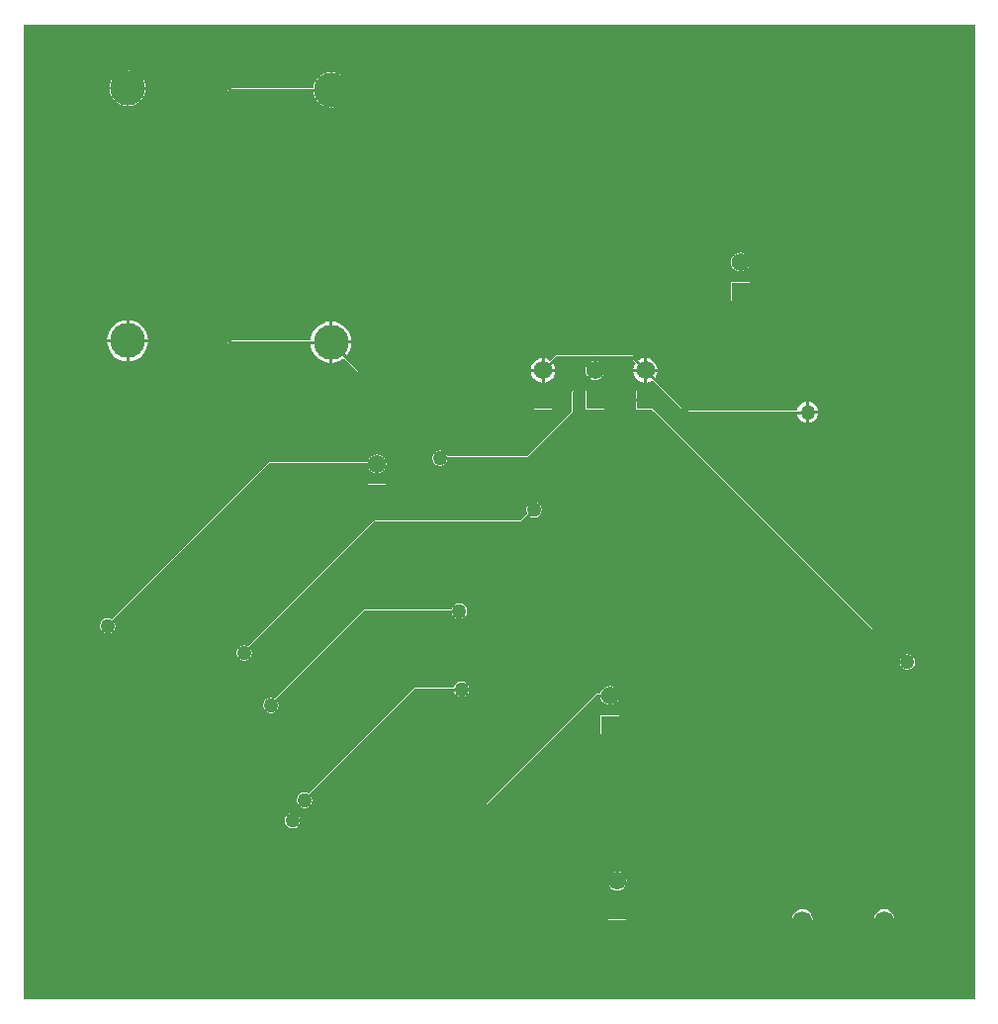
<source format=gbl>
G04*
G04 #@! TF.GenerationSoftware,Altium Limited,Altium Designer,21.5.1 (32)*
G04*
G04 Layer_Physical_Order=2*
G04 Layer_Color=16711680*
%FSLAX25Y25*%
%MOIN*%
G70*
G04*
G04 #@! TF.SameCoordinates,DAD435CF-6C14-4571-BFE5-B678BFDF4ED4*
G04*
G04*
G04 #@! TF.FilePolarity,Positive*
G04*
G01*
G75*
%ADD13C,0.01000*%
%ADD31C,0.06181*%
%ADD32R,0.06181X0.06181*%
%ADD34C,0.11811*%
%ADD35C,0.06693*%
%ADD36C,0.05000*%
G36*
X335500Y-500D02*
X15000D01*
Y328000D01*
X335500D01*
Y-500D01*
D02*
G37*
%LPC*%
G36*
X50000Y312504D02*
X48832Y312389D01*
X47710Y312048D01*
X46675Y311495D01*
X45768Y310751D01*
X45024Y309844D01*
X44471Y308810D01*
X44131Y307687D01*
X44016Y306520D01*
X44131Y305352D01*
X44471Y304229D01*
X45024Y303195D01*
X45768Y302288D01*
X46675Y301544D01*
X47710Y300991D01*
X48832Y300650D01*
X50000Y300535D01*
X51168Y300650D01*
X52290Y300991D01*
X53325Y301544D01*
X54232Y302288D01*
X54976Y303195D01*
X55529Y304229D01*
X55869Y305352D01*
X55926Y305924D01*
X83753D01*
X84079Y305599D01*
X84500Y305424D01*
X112574D01*
X112631Y304852D01*
X112971Y303730D01*
X113524Y302695D01*
X114268Y301788D01*
X115175Y301044D01*
X116210Y300491D01*
X117332Y300150D01*
X118500Y300035D01*
X119667Y300150D01*
X120790Y300491D01*
X121825Y301044D01*
X122732Y301788D01*
X123476Y302695D01*
X124029Y303730D01*
X124369Y304852D01*
X124484Y306020D01*
X124369Y307187D01*
X124029Y308310D01*
X123476Y309344D01*
X122732Y310251D01*
X121825Y310995D01*
X120790Y311548D01*
X119667Y311889D01*
X118500Y312004D01*
X117332Y311889D01*
X116210Y311548D01*
X115175Y310995D01*
X114268Y310251D01*
X113524Y309344D01*
X112971Y308310D01*
X112631Y307187D01*
X112574Y306615D01*
X84747D01*
X84421Y306941D01*
X84000Y307115D01*
X55926D01*
X55869Y307687D01*
X55529Y308810D01*
X54976Y309844D01*
X54232Y310751D01*
X53325Y311495D01*
X52290Y312048D01*
X51168Y312389D01*
X50000Y312504D01*
D02*
G37*
G36*
X256500Y251168D02*
X255680Y251060D01*
X254916Y250743D01*
X254260Y250240D01*
X253757Y249584D01*
X253440Y248820D01*
X253332Y248000D01*
X253440Y247180D01*
X253757Y246416D01*
X254260Y245760D01*
X254916Y245257D01*
X255680Y244940D01*
X256500Y244832D01*
X257320Y244940D01*
X258084Y245257D01*
X258740Y245760D01*
X259243Y246416D01*
X259560Y247180D01*
X259668Y248000D01*
X259560Y248820D01*
X259243Y249584D01*
X258740Y250240D01*
X258084Y250743D01*
X257320Y251060D01*
X256500Y251168D01*
D02*
G37*
G36*
X259641Y241141D02*
X253360D01*
Y234859D01*
X259641D01*
Y241141D01*
D02*
G37*
G36*
X49500Y228370D02*
X48646Y228286D01*
X47345Y227891D01*
X46145Y227250D01*
X45093Y226387D01*
X44230Y225336D01*
X43589Y224136D01*
X43194Y222834D01*
X43110Y221980D01*
X49500D01*
Y228370D01*
D02*
G37*
G36*
X119000Y227870D02*
Y221480D01*
X125390D01*
X125306Y222334D01*
X124911Y223636D01*
X124269Y224835D01*
X123407Y225887D01*
X122355Y226750D01*
X121155Y227391D01*
X119854Y227786D01*
X119000Y227870D01*
D02*
G37*
G36*
X219900Y216695D02*
X194600D01*
X194302Y216572D01*
X194179Y216521D01*
X192441Y214783D01*
X192063Y215073D01*
X191068Y215485D01*
X190500Y215560D01*
Y212000D01*
X194060D01*
X193985Y212568D01*
X193573Y213563D01*
X193283Y213941D01*
X194847Y215505D01*
X219653D01*
X221217Y213941D01*
X220927Y213563D01*
X220515Y212568D01*
X220440Y212000D01*
X224000D01*
Y215560D01*
X223432Y215485D01*
X222437Y215073D01*
X222059Y214783D01*
X220321Y216521D01*
X219900Y216695D01*
D02*
G37*
G36*
X49500Y220980D02*
X43110D01*
X43194Y220127D01*
X43589Y218825D01*
X44230Y217625D01*
X45093Y216574D01*
X46145Y215711D01*
X47345Y215070D01*
X48646Y214675D01*
X49500Y214591D01*
Y220980D01*
D02*
G37*
G36*
X50500Y228370D02*
Y221480D01*
Y214591D01*
X51354Y214675D01*
X52655Y215070D01*
X53855Y215711D01*
X54907Y216574D01*
X55769Y217625D01*
X56411Y218825D01*
X56806Y220127D01*
X56880Y220885D01*
X83753D01*
X84079Y220559D01*
X84500Y220385D01*
X111620D01*
X111694Y219627D01*
X112089Y218325D01*
X112731Y217125D01*
X113593Y216074D01*
X114645Y215211D01*
X115845Y214570D01*
X117146Y214175D01*
X118000Y214091D01*
Y220980D01*
Y227870D01*
X117146Y227786D01*
X115845Y227391D01*
X114645Y226750D01*
X113593Y225887D01*
X112731Y224835D01*
X112089Y223636D01*
X111694Y222334D01*
X111620Y221576D01*
X84747D01*
X84421Y221901D01*
X84000Y222076D01*
X56880D01*
X56806Y222834D01*
X56411Y224136D01*
X55769Y225336D01*
X54907Y226387D01*
X53855Y227250D01*
X52655Y227891D01*
X51354Y228286D01*
X50500Y228370D01*
D02*
G37*
G36*
X225000Y215560D02*
Y212000D01*
X228560D01*
X228485Y212568D01*
X228073Y213563D01*
X227417Y214417D01*
X226563Y215073D01*
X225568Y215485D01*
X225000Y215560D01*
D02*
G37*
G36*
X207500Y214668D02*
X206680Y214560D01*
X205916Y214243D01*
X205260Y213740D01*
X204757Y213084D01*
X204440Y212320D01*
X204332Y211500D01*
X204440Y210680D01*
X204757Y209916D01*
X204895Y209736D01*
X199879Y204721D01*
X199705Y204300D01*
Y197447D01*
X184753Y182495D01*
X157782D01*
X157702Y182895D01*
X157138Y183738D01*
X156295Y184302D01*
X155300Y184500D01*
X154305Y184302D01*
X153462Y183738D01*
X152898Y182895D01*
X152700Y181900D01*
X152898Y180905D01*
X153462Y180062D01*
X154305Y179498D01*
X155300Y179300D01*
X156295Y179498D01*
X157138Y180062D01*
X157702Y180905D01*
X157782Y181305D01*
X185000D01*
X185421Y181479D01*
X200721Y196779D01*
X200808Y196990D01*
X200895Y197200D01*
Y204053D01*
X205736Y208895D01*
X205916Y208757D01*
X206680Y208440D01*
X207500Y208332D01*
X208320Y208440D01*
X209084Y208757D01*
X209740Y209260D01*
X210243Y209916D01*
X210560Y210680D01*
X210668Y211500D01*
X210560Y212320D01*
X210243Y213084D01*
X209740Y213740D01*
X209084Y214243D01*
X208320Y214560D01*
X207500Y214668D01*
D02*
G37*
G36*
X194060Y211000D02*
X190500D01*
Y207440D01*
X191068Y207515D01*
X192063Y207927D01*
X192917Y208583D01*
X193573Y209437D01*
X193985Y210432D01*
X194060Y211000D01*
D02*
G37*
G36*
X125390Y220480D02*
X119000D01*
Y214091D01*
X119854Y214175D01*
X121155Y214570D01*
X122355Y215211D01*
X122944Y215694D01*
X127559Y211079D01*
X127980Y210905D01*
X185952D01*
X186015Y210432D01*
X186427Y209437D01*
X187083Y208583D01*
X187937Y207927D01*
X188932Y207515D01*
X189500Y207440D01*
Y211500D01*
Y215560D01*
X188932Y215485D01*
X187937Y215073D01*
X187083Y214417D01*
X186427Y213563D01*
X186015Y212568D01*
X185952Y212095D01*
X128227D01*
X123786Y216536D01*
X124269Y217125D01*
X124911Y218325D01*
X125306Y219627D01*
X125390Y220480D01*
D02*
G37*
G36*
X224000Y211000D02*
X220440D01*
X220515Y210432D01*
X220927Y209437D01*
X221583Y208583D01*
X222437Y207927D01*
X223432Y207515D01*
X224000Y207440D01*
Y211000D01*
D02*
G37*
G36*
X227641Y204641D02*
X221359D01*
Y202095D01*
X210641D01*
Y204641D01*
X204359D01*
Y198359D01*
X210641D01*
Y200905D01*
X221359D01*
Y198359D01*
X226799D01*
X310624Y114534D01*
X310398Y114195D01*
X310200Y113200D01*
X310398Y112205D01*
X310962Y111362D01*
X311805Y110798D01*
X312800Y110600D01*
X313795Y110798D01*
X314638Y111362D01*
X315202Y112205D01*
X315400Y113200D01*
X315202Y114195D01*
X314638Y115038D01*
X313795Y115602D01*
X312800Y115800D01*
X311805Y115602D01*
X311466Y115376D01*
X227641Y199201D01*
Y204641D01*
D02*
G37*
G36*
X193141D02*
X186859D01*
Y198359D01*
X193141D01*
Y204641D01*
D02*
G37*
G36*
X279700Y200864D02*
Y197900D01*
X282664D01*
X282610Y198314D01*
X282257Y199165D01*
X281696Y199896D01*
X280965Y200457D01*
X280114Y200810D01*
X279700Y200864D01*
D02*
G37*
G36*
X282664Y196900D02*
X279700D01*
Y193936D01*
X280114Y193990D01*
X280965Y194343D01*
X281696Y194904D01*
X282257Y195635D01*
X282610Y196486D01*
X282664Y196900D01*
D02*
G37*
G36*
X228560Y211000D02*
X225000D01*
Y207440D01*
X225568Y207515D01*
X226563Y207927D01*
X226941Y208217D01*
X238179Y196979D01*
X238302Y196928D01*
X238600Y196805D01*
X275748D01*
X275790Y196486D01*
X276143Y195635D01*
X276704Y194904D01*
X277435Y194343D01*
X278286Y193990D01*
X278700Y193936D01*
Y197400D01*
Y200864D01*
X278286Y200810D01*
X277435Y200457D01*
X276704Y199896D01*
X276143Y199165D01*
X275790Y198314D01*
X275748Y197995D01*
X238847D01*
X227783Y209059D01*
X228073Y209437D01*
X228485Y210432D01*
X228560Y211000D01*
D02*
G37*
G36*
X134000Y183168D02*
X133180Y183060D01*
X132416Y182743D01*
X131760Y182240D01*
X131257Y181584D01*
X130940Y180820D01*
X130911Y180595D01*
X97900D01*
X97602Y180472D01*
X97479Y180421D01*
X44634Y127576D01*
X44295Y127802D01*
X43300Y128000D01*
X42305Y127802D01*
X41462Y127238D01*
X40898Y126395D01*
X40700Y125400D01*
X40898Y124405D01*
X41462Y123562D01*
X42305Y122998D01*
X43300Y122800D01*
X44295Y122998D01*
X45138Y123562D01*
X45702Y124405D01*
X45900Y125400D01*
X45702Y126395D01*
X45476Y126734D01*
X98147Y179405D01*
X130911D01*
X130940Y179180D01*
X131257Y178416D01*
X131760Y177760D01*
X132416Y177257D01*
X133180Y176940D01*
X134000Y176832D01*
X134820Y176940D01*
X135584Y177257D01*
X136240Y177760D01*
X136743Y178416D01*
X137060Y179180D01*
X137168Y180000D01*
X137060Y180820D01*
X136743Y181584D01*
X136240Y182240D01*
X135584Y182743D01*
X134820Y183060D01*
X134000Y183168D01*
D02*
G37*
G36*
X137141Y173141D02*
X130859D01*
Y166859D01*
X137141D01*
Y173141D01*
D02*
G37*
G36*
X187000Y167100D02*
X186005Y166902D01*
X185162Y166338D01*
X184598Y165495D01*
X184400Y164500D01*
X184598Y163505D01*
X184824Y163166D01*
X182453Y160795D01*
X133300D01*
X132879Y160621D01*
X90734Y118476D01*
X90395Y118702D01*
X89400Y118900D01*
X88405Y118702D01*
X87562Y118138D01*
X86998Y117295D01*
X86800Y116300D01*
X86998Y115305D01*
X87562Y114462D01*
X88405Y113898D01*
X89400Y113700D01*
X90395Y113898D01*
X91238Y114462D01*
X91802Y115305D01*
X92000Y116300D01*
X91802Y117295D01*
X91576Y117634D01*
X133547Y159605D01*
X182700D01*
X183121Y159779D01*
X185666Y162324D01*
X186005Y162098D01*
X187000Y161900D01*
X187995Y162098D01*
X188838Y162662D01*
X189402Y163505D01*
X189600Y164500D01*
X189402Y165495D01*
X188838Y166338D01*
X187995Y166902D01*
X187000Y167100D01*
D02*
G37*
G36*
X161800Y133000D02*
X160805Y132802D01*
X159962Y132238D01*
X159398Y131395D01*
X159318Y130995D01*
X130039D01*
X129828Y130908D01*
X129618Y130821D01*
X99634Y100837D01*
X99295Y101064D01*
X98300Y101261D01*
X97305Y101064D01*
X96461Y100500D01*
X95898Y99656D01*
X95700Y98661D01*
X95898Y97666D01*
X96461Y96823D01*
X97305Y96259D01*
X98300Y96061D01*
X99295Y96259D01*
X100138Y96823D01*
X100702Y97666D01*
X100900Y98661D01*
X100702Y99656D01*
X100476Y99995D01*
X130285Y129805D01*
X159318D01*
X159398Y129405D01*
X159962Y128562D01*
X160805Y127998D01*
X161800Y127800D01*
X162795Y127998D01*
X163638Y128562D01*
X164202Y129405D01*
X164400Y130400D01*
X164202Y131395D01*
X163638Y132238D01*
X162795Y132802D01*
X161800Y133000D01*
D02*
G37*
G36*
X162500Y106700D02*
X161505Y106502D01*
X160662Y105938D01*
X160098Y105095D01*
X160019Y104695D01*
X146941D01*
X146643Y104572D01*
X146520Y104521D01*
X110893Y68894D01*
X110554Y69120D01*
X109559Y69318D01*
X108564Y69120D01*
X107721Y68556D01*
X107157Y67713D01*
X106959Y66718D01*
X107157Y65723D01*
X107721Y64880D01*
X108564Y64316D01*
X109559Y64118D01*
X110554Y64316D01*
X111398Y64880D01*
X111961Y65723D01*
X112159Y66718D01*
X111961Y67713D01*
X111735Y68052D01*
X147188Y103505D01*
X160019D01*
X160098Y103105D01*
X160662Y102261D01*
X161505Y101698D01*
X162500Y101500D01*
X163495Y101698D01*
X164338Y102261D01*
X164902Y103105D01*
X165100Y104100D01*
X164902Y105095D01*
X164338Y105938D01*
X163495Y106502D01*
X162500Y106700D01*
D02*
G37*
G36*
X212500Y105168D02*
X211680Y105060D01*
X210916Y104743D01*
X210260Y104240D01*
X209757Y103584D01*
X209440Y102820D01*
X209411Y102595D01*
X208200D01*
X207902Y102472D01*
X207779Y102421D01*
X165753Y60395D01*
X107982D01*
X107902Y60795D01*
X107338Y61638D01*
X106495Y62202D01*
X105500Y62400D01*
X104505Y62202D01*
X103662Y61638D01*
X103098Y60795D01*
X102900Y59800D01*
X103098Y58805D01*
X103662Y57961D01*
X104505Y57398D01*
X105500Y57200D01*
X106495Y57398D01*
X107338Y57961D01*
X107902Y58805D01*
X107982Y59205D01*
X166000D01*
X166421Y59379D01*
X208447Y101405D01*
X209411D01*
X209440Y101180D01*
X209757Y100416D01*
X210260Y99760D01*
X210916Y99257D01*
X211680Y98940D01*
X212500Y98832D01*
X213320Y98940D01*
X214084Y99257D01*
X214740Y99760D01*
X215243Y100416D01*
X215560Y101180D01*
X215668Y102000D01*
X215560Y102820D01*
X215243Y103584D01*
X214740Y104240D01*
X214084Y104743D01*
X213320Y105060D01*
X212500Y105168D01*
D02*
G37*
G36*
X215640Y95140D02*
X209360D01*
Y88859D01*
X215640D01*
Y95140D01*
D02*
G37*
G36*
X215000Y42668D02*
X214180Y42560D01*
X213416Y42243D01*
X212760Y41740D01*
X212257Y41084D01*
X211940Y40320D01*
X211832Y39500D01*
X211940Y38680D01*
X212257Y37916D01*
X212760Y37260D01*
X213416Y36757D01*
X214180Y36440D01*
X215000Y36332D01*
X215820Y36440D01*
X216584Y36757D01*
X217240Y37260D01*
X217743Y37916D01*
X218060Y38680D01*
X218168Y39500D01*
X218060Y40320D01*
X217743Y41084D01*
X217240Y41740D01*
X216584Y42243D01*
X215820Y42560D01*
X215000Y42668D01*
D02*
G37*
G36*
X218141Y32641D02*
X211859D01*
Y26359D01*
X218141D01*
Y32641D01*
D02*
G37*
G36*
X305000Y29926D02*
X304113Y29809D01*
X303287Y29467D01*
X302578Y28922D01*
X302033Y28213D01*
X301691Y27387D01*
X301574Y26500D01*
X301691Y25613D01*
X302033Y24787D01*
X302578Y24078D01*
X303287Y23533D01*
X304113Y23191D01*
X305000Y23074D01*
X305887Y23191D01*
X306713Y23533D01*
X307422Y24078D01*
X307967Y24787D01*
X308309Y25613D01*
X308426Y26500D01*
X308309Y27387D01*
X307967Y28213D01*
X307422Y28922D01*
X306713Y29467D01*
X305887Y29809D01*
X305000Y29926D01*
D02*
G37*
G36*
X277441D02*
X276554Y29809D01*
X275728Y29467D01*
X275019Y28922D01*
X274474Y28213D01*
X274132Y27387D01*
X274015Y26500D01*
X274132Y25613D01*
X274474Y24787D01*
X275019Y24078D01*
X275728Y23533D01*
X276554Y23191D01*
X277441Y23074D01*
X278328Y23191D01*
X279154Y23533D01*
X279863Y24078D01*
X280408Y24787D01*
X280750Y25613D01*
X280867Y26500D01*
X280750Y27387D01*
X280408Y28213D01*
X279863Y28922D01*
X279154Y29467D01*
X278328Y29809D01*
X277441Y29926D01*
D02*
G37*
%LPD*%
D13*
X50000Y306520D02*
X84000D01*
X84500Y306020D01*
X118500D01*
X207500Y201500D02*
X224500D01*
X50000Y221480D02*
X84000D01*
X84500Y220980D01*
X118500D01*
X200300Y204300D02*
X207500Y211500D01*
X200300Y197200D02*
Y204300D01*
X185000Y181900D02*
X200300Y197200D01*
X155300Y181900D02*
X185000D01*
X98300Y98661D02*
X130039Y130400D01*
X161800D01*
X105500Y59800D02*
X166000D01*
X208200Y102000D01*
X212500D01*
X224500Y201500D02*
X312800Y113200D01*
X43300Y125400D02*
X97900Y180000D01*
X134000D01*
X89400Y116300D02*
X133300Y160200D01*
X182700D01*
X187000Y164500D01*
X109559Y66718D02*
X146941Y104100D01*
X162500D01*
X118500Y220980D02*
X127980Y211500D01*
X190000D01*
X219900Y216100D02*
X224500Y211500D01*
X194600Y216100D02*
X219900D01*
X190000Y211500D02*
X194600Y216100D01*
X224500Y211500D02*
X238600Y197400D01*
X279200D01*
D31*
X224500Y211500D02*
D03*
X207500D02*
D03*
X190000D02*
D03*
X256500Y248000D02*
D03*
X215000Y39500D02*
D03*
X212500Y102000D02*
D03*
X134000Y180000D02*
D03*
D32*
X224500Y201500D02*
D03*
X207500D02*
D03*
X190000D02*
D03*
X256500Y238000D02*
D03*
X215000Y29500D02*
D03*
X212500Y92000D02*
D03*
X134000Y170000D02*
D03*
D34*
X118500Y306020D02*
D03*
Y220980D02*
D03*
X50000Y306520D02*
D03*
Y221480D02*
D03*
D35*
X305000Y26000D02*
D03*
X277441D02*
D03*
D36*
X89400Y116300D02*
D03*
X279200Y197400D02*
D03*
X155300Y181900D02*
D03*
X98300Y98661D02*
D03*
X161800Y130400D02*
D03*
X105500Y59800D02*
D03*
X312800Y113200D02*
D03*
X43300Y125400D02*
D03*
X187000Y164500D02*
D03*
X109559Y66718D02*
D03*
X162500Y104100D02*
D03*
M02*

</source>
